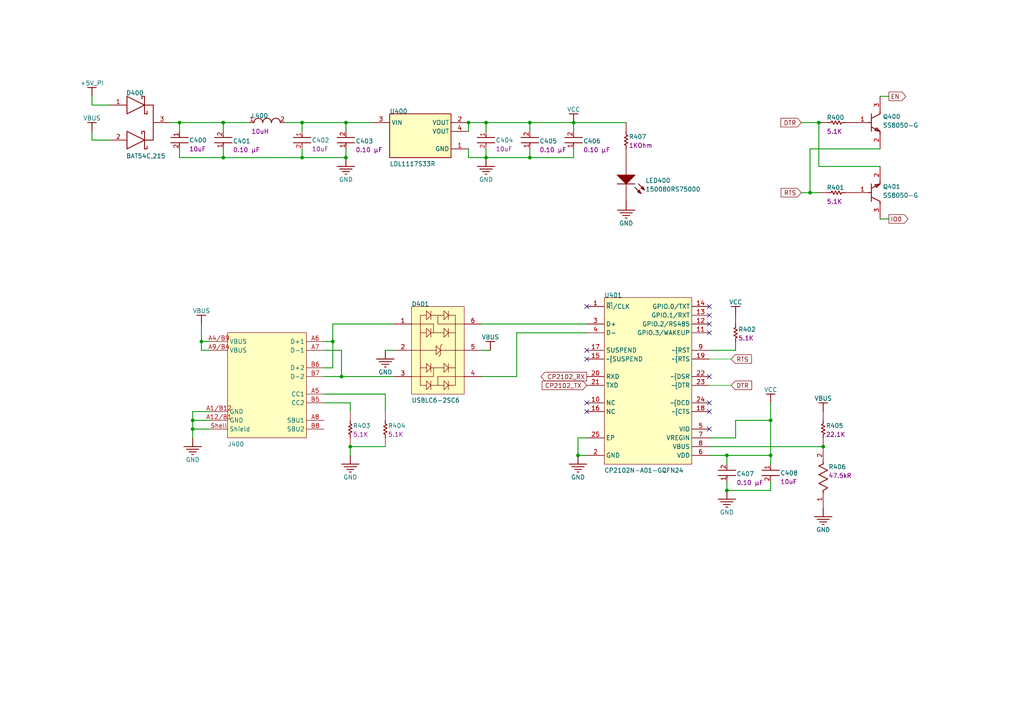
<source format=kicad_sch>
(kicad_sch (version 20211123) (generator eeschema)
  (paper "A4")
  (title_block (title "USB-POWER") (date "2022-08-09") (rev "V1.0") (comment 1 "DRAFT"))
  (lib_symbols
    (symbol "4-USB-POWER-altium-import:+5V_PI" (power)
      (property "Reference" "#PWR" (at 0 0 0))
      (property "Value" "+5V_PI" (at 0 3.81 0))
      (symbol "+5V_PI_0_0"
        (pin power_in line (at 0 0 0) (length 0) hide (name "+5V_PI") (number ""))
      )
    )
    (symbol "4-USB-POWER-altium-import:0_2a1388f82443b098dcd57d24ac7632d"
      (property "Value" "0_2a1388f82443b098dcd57d24ac7632d" (at 0 0 0))
      (symbol "0_2a1388f82443b098dcd57d24ac7632d_1_0"
        (pin passive line (at 0 0 0) (length 5.08) (name "B") (number "1"))
        (pin passive line (at 7.62 -7.62 90) (length 5.08) (name "E") (number "2"))
        (pin passive line (at 7.62 7.62 270) (length 5.08) (name "C") (number "3"))
      )
    )
    (symbol "4-USB-POWER-altium-import:0_629722000214"
      (property "Value" "0_629722000214" (at 0 0 0))
      (symbol "0_629722000214_1_0"
        (pin passive line (at -5.08 -22.86 0) (length 5.08) (name "GND") (number "A1/B12"))
        (pin passive line (at -5.08 -25.4 0) (length 5.08) (name "GND") (number "A12/B1"))
        (pin passive line (at -5.08 -2.54 0) (length 5.08) (name "VBUS") (number "A4/B9"))
        (pin passive line (at 27.94 -17.78 180) (length 5.08) (name "CC1") (number "A5"))
        (pin passive line (at 27.94 -2.54 180) (length 5.08) (name "D+1") (number "A6"))
        (pin passive line (at 27.94 -5.08 180) (length 5.08) (name "D-1") (number "A7"))
        (pin passive line (at 27.94 -25.4 180) (length 5.08) (name "SBU1") (number "A8"))
        (pin passive line (at -5.08 -5.08 0) (length 5.08) (name "VBUS") (number "A9/B4"))
        (pin passive line (at 27.94 -20.32 180) (length 5.08) (name "CC2") (number "B5"))
        (pin passive line (at 27.94 -10.16 180) (length 5.08) (name "D+2") (number "B6"))
        (pin passive line (at 27.94 -12.7 180) (length 5.08) (name "D-2") (number "B7"))
        (pin passive line (at 27.94 -27.94 180) (length 5.08) (name "SBU2") (number "B8"))
        (pin passive line (at -5.08 -27.94 0) (length 5.08) (name "Shield") (number "Shell"))
      )
    )
    (symbol "4-USB-POWER-altium-import:0_725321dda6339637d4d059423bc1c3c"
      (property "Value" "0_725321dda6339637d4d059423bc1c3c" (at 0 0 0))
      (symbol "0_725321dda6339637d4d059423bc1c3c_1_0"
        (pin passive line (at 0 0 0) (length 1.27) (name "1") (number "1"))
        (pin passive line (at 10.16 0 180) (length 1.27) (name "2") (number "2"))
      )
    )
    (symbol "4-USB-POWER-altium-import:0_933c91619b22c421400e34e7415f7b4"
      (property "Value" "0_933c91619b22c421400e34e7415f7b4" (at 0 0 0))
      (symbol "0_933c91619b22c421400e34e7415f7b4_1_0"
        (pin passive line (at 0 0 0) (length 5.08) (name "1_ANODE") (number "1"))
        (pin passive line (at 0 -10.16 0) (length 5.08) (name "2_ANODE") (number "2"))
        (pin passive line (at 17.78 -5.08 180) (length 5.08) (name "COMMON_CATHODE") (number "3"))
      )
    )
    (symbol "4-USB-POWER-altium-import:0_STM-USB_DVI_HDMIULC6-4SC6X-SOT23-6L"
      (property "Value" "0_STM-USB_DVI_HDMIULC6-4SC6X-SOT23-6L" (at 0 0 0))
      (symbol "0_STM-USB_DVI_HDMIULC6-4SC6X-SOT23-6L_1_0"
        (pin passive line (at -5.08 -5.08 0) (length 5.08) (name "I/O_1") (number "1"))
        (pin passive line (at -5.08 -12.7 0) (length 5.08) (name "GND") (number "2"))
        (pin passive line (at -5.08 -20.32 0) (length 5.08) (name "I/O_2") (number "3"))
        (pin passive line (at 20.32 -20.32 180) (length 5.08) (name "I/O_3") (number "4"))
        (pin passive line (at 20.32 -12.7 180) (length 5.08) (name "VBUS") (number "5"))
        (pin passive line (at 20.32 -5.08 180) (length 5.08) (name "I/O_4") (number "6"))
      )
    )
    (symbol "4-USB-POWER-altium-import:0_a602d55cb6d43002de8a72f1c695f0a"
      (property "Value" "0_a602d55cb6d43002de8a72f1c695f0a" (at 0 0 0))
      (symbol "0_a602d55cb6d43002de8a72f1c695f0a_1_0"
        (pin power_in line (at 27.94 -7.62 180) (length 5.08) (name "GND") (number "1"))
        (pin output line (at 27.94 0 180) (length 5.08) (name "VOUT") (number "2"))
        (pin power_in line (at 0 0 0) (length 5.08) (name "VIN") (number "3"))
        (pin output line (at 27.94 -2.54 180) (length 5.08) (name "VOUT") (number "4"))
      )
    )
    (symbol "4-USB-POWER-altium-import:0_b4654b650e69147ec39a6b967a45e02"
      (property "Value" "0_b4654b650e69147ec39a6b967a45e02" (at 0 0 0))
      (symbol "0_b4654b650e69147ec39a6b967a45e02_1_0"
        (pin passive line (at 0 0 270) (length 1.778) (name "1") (number "1"))
        (pin passive line (at 0 -5.08 90) (length 1.524) (name "2") (number "2"))
      )
    )
    (symbol "4-USB-POWER-altium-import:0_mirrored_SLAB-CP2102N-QFN-24"
      (property "Value" "0_mirrored_SLAB-CP2102N-QFN-24" (at 0 0 0))
      (symbol "0_mirrored_SLAB-CP2102N-QFN-24_1_0"
        (pin bidirectional line (at -30.48 -2.54 0) (length 5.08) (name "~{RI}/CLK") (number "1"))
        (pin passive line (at -30.48 -30.48 0) (length 5.08) (name "NC") (number "10"))
        (pin bidirectional line (at 5.08 -10.16 180) (length 5.08) (name "GPIO.3/WAKEUP") (number "11"))
        (pin bidirectional line (at 5.08 -7.62 180) (length 5.08) (name "GPIO.2/RS485") (number "12"))
        (pin bidirectional line (at 5.08 -5.08 180) (length 5.08) (name "GPIO.1/RXT") (number "13"))
        (pin bidirectional line (at 5.08 -2.54 180) (length 5.08) (name "GPIO.0/TXT") (number "14"))
        (pin output line (at -30.48 -17.78 0) (length 5.08) (name "~{SUSPEND") (number "15"))
        (pin passive line (at -30.48 -33.02 0) (length 5.08) (name "NC") (number "16"))
        (pin output line (at -30.48 -15.24 0) (length 5.08) (name "SUSPEND") (number "17"))
        (pin input line (at 5.08 -33.02 180) (length 5.08) (name "~{CTS") (number "18"))
        (pin output line (at 5.08 -17.78 180) (length 5.08) (name "~{RTS") (number "19"))
        (pin power_in line (at -30.48 -45.72 0) (length 5.08) (name "GND") (number "2"))
        (pin input line (at -30.48 -22.86 0) (length 5.08) (name "RXD") (number "20"))
        (pin output line (at -30.48 -25.4 0) (length 5.08) (name "TXD") (number "21"))
        (pin input line (at 5.08 -22.86 180) (length 5.08) (name "~{DSR") (number "22"))
        (pin output line (at 5.08 -25.4 180) (length 5.08) (name "~{DTR") (number "23"))
        (pin input line (at 5.08 -30.48 180) (length 5.08) (name "~{DCD") (number "24"))
        (pin power_in line (at -30.48 -40.64 0) (length 5.08) (name "EP") (number "25"))
        (pin bidirectional line (at -30.48 -7.62 0) (length 5.08) (name "D+") (number "3"))
        (pin bidirectional line (at -30.48 -10.16 0) (length 5.08) (name "D-") (number "4"))
        (pin power_in line (at 5.08 -38.1 180) (length 5.08) (name "VIO") (number "5"))
        (pin power_in line (at 5.08 -45.72 180) (length 5.08) (name "VDD") (number "6"))
        (pin power_in line (at 5.08 -40.64 180) (length 5.08) (name "VREGIN") (number "7"))
        (pin power_in line (at 5.08 -43.18 180) (length 5.08) (name "VBUS") (number "8"))
        (pin input line (at 5.08 -15.24 180) (length 5.08) (name "~{RST") (number "9"))
      )
    )
    (symbol "4-USB-POWER-altium-import:0_mirrored_b4654b650e69147ec39a6b967a45e02"
      (property "Value" "0_mirrored_b4654b650e69147ec39a6b967a45e02" (at 0 0 0))
      (symbol "0_mirrored_b4654b650e69147ec39a6b967a45e02_1_0"
        (pin passive line (at 0 0 270) (length 1.778) (name "1") (number "1"))
        (pin passive line (at 0 -5.08 90) (length 1.524) (name "2") (number "2"))
      )
    )
    (symbol "4-USB-POWER-altium-import:1_RES"
      (property "Value" "1_RES" (at 0 0 0))
      (symbol "1_RES_1_0"
        (pin passive line (at 2.54 -2.54 90) (length 2.54) (name "1") (number "1"))
        (pin passive line (at 2.54 7.62 270) (length 2.54) (name "2") (number "2"))
      )
    )
    (symbol "4-USB-POWER-altium-import:1_RES-2"
      (property "Value" "1_RES-2" (at 0 0 0))
      (symbol "1_RES-2_1_0"
        (pin passive line (at 0 -2.54 90) (length 2.54) (name "1") (number "1"))
        (pin passive line (at 0 7.62 270) (length 2.54) (name "2") (number "2"))
      )
    )
    (symbol "4-USB-POWER-altium-import:1_mirrored_1029c3af85768c4190bb7ad29bc67b5"
      (property "Value" "1_mirrored_1029c3af85768c4190bb7ad29bc67b5" (at 0 0 0))
      (symbol "1_mirrored_1029c3af85768c4190bb7ad29bc67b5_1_0"
        (pin passive line (at 0 0 90) (length 5.08) (name "1") (number "1"))
        (pin passive line (at 0 17.78 270) (length 5.08) (name "2") (number "2"))
      )
    )
    (symbol "4-USB-POWER-altium-import:1_mirrored_RES"
      (property "Value" "1_mirrored_RES" (at 0 0 0))
      (symbol "1_mirrored_RES_1_0"
        (pin passive line (at -2.54 -2.54 90) (length 2.54) (name "1") (number "1"))
        (pin passive line (at -2.54 7.62 270) (length 2.54) (name "2") (number "2"))
      )
    )
    (symbol "4-USB-POWER-altium-import:2_RES"
      (property "Value" "2_RES" (at 0 0 0))
      (symbol "2_RES_1_0"
        (pin passive line (at 2.54 2.54 180) (length 2.54) (name "1") (number "1"))
        (pin passive line (at -7.62 2.54 0) (length 2.54) (name "2") (number "2"))
      )
    )
    (symbol "4-USB-POWER-altium-import:2_b4654b650e69147ec39a6b967a45e02"
      (property "Value" "2_b4654b650e69147ec39a6b967a45e02" (at 0 0 0))
      (symbol "2_b4654b650e69147ec39a6b967a45e02_1_0"
        (pin passive line (at 0 0 90) (length 1.778) (name "1") (number "1"))
        (pin passive line (at 0 5.08 270) (length 1.524) (name "2") (number "2"))
      )
    )
    (symbol "4-USB-POWER-altium-import:2_mirrored_2a1388f82443b098dcd57d24ac7632d"
      (property "Value" "2_mirrored_2a1388f82443b098dcd57d24ac7632d" (at 0 0 0))
      (symbol "2_mirrored_2a1388f82443b098dcd57d24ac7632d_1_0"
        (pin passive line (at 0 0 0) (length 5.08) (name "B") (number "1"))
        (pin passive line (at 7.62 7.62 270) (length 5.08) (name "E") (number "2"))
        (pin passive line (at 7.62 -7.62 90) (length 5.08) (name "C") (number "3"))
      )
    )
    (symbol "4-USB-POWER-altium-import:2_mirrored_b4654b650e69147ec39a6b967a45e02"
      (property "Value" "2_mirrored_b4654b650e69147ec39a6b967a45e02" (at 0 0 0))
      (symbol "2_mirrored_b4654b650e69147ec39a6b967a45e02_1_0"
        (pin passive line (at 0 0 90) (length 1.778) (name "1") (number "1"))
        (pin passive line (at 0 5.08 270) (length 1.524) (name "2") (number "2"))
      )
    )
    (symbol "4-USB-POWER-altium-import:3_WE-LED_K1A2-2"
      (property "Value" "3_WE-LED_K1A2-2" (at 0 0 0))
      (symbol "3_WE-LED_K1A2-2_1_0"
        (pin passive line (at 0 -7.62 90) (length 5.08) (name "K") (number "1"))
        (pin passive line (at 0 5.08 270) (length 5.08) (name "A") (number "2"))
      )
    )
    (symbol "4-USB-POWER-altium-import:GND" (power)
      (property "Reference" "#PWR" (at 0 0 0))
      (property "Value" "GND" (at 0 6.35 0))
      (symbol "GND_0_0"
        (pin power_in line (at 0 0 0) (length 0) hide (name "GND") (number ""))
      )
    )
    (symbol "4-USB-POWER-altium-import:VBUS" (power)
      (property "Reference" "#PWR" (at 0 0 0))
      (property "Value" "VBUS" (at 0 3.81 0))
      (symbol "VBUS_0_0"
        (pin power_in line (at 0 0 0) (length 0) hide (name "VBUS") (number ""))
      )
    )
    (symbol "4-USB-POWER-altium-import:VCC" (power)
      (property "Reference" "#PWR" (at 0 0 0))
      (property "Value" "VCC" (at 0 3.81 0))
      (symbol "VCC_0_0"
        (pin power_in line (at 0 0 0) (length 0) hide (name "VCC") (number ""))
      )
    )
  )
  (junction (at 140.97 35.56))
  (junction (at 237.49 35.56))
  (junction (at 234.95 55.88))
  (junction (at 101.6 129.54))
  (junction (at 100.33 45.72))
  (junction (at 64.77 35.56))
  (junction (at 55.88 121.92))
  (junction (at 99.06 109.22))
  (junction (at 64.77 45.72))
  (junction (at 153.67 45.72))
  (junction (at 140.97 45.72))
  (junction (at 135.89 35.56))
  (junction (at 153.67 35.56))
  (junction (at 223.52 121.92))
  (junction (at 210.82 142.24))
  (junction (at 223.52 132.08))
  (junction (at 87.63 35.56))
  (junction (at 87.63 45.72))
  (junction (at 58.42 99.06))
  (junction (at 52.07 35.56))
  (junction (at 210.82 132.08))
  (junction (at 96.52 99.06))
  (junction (at 166.37 35.56))
  (junction (at 100.33 35.56))
  (junction (at 167.64 132.08))
  (junction (at 55.88 124.46))
  (junction (at 238.76 129.54))
  (no_connect (at 205.74 124.46))
  (no_connect (at 205.74 116.84))
  (no_connect (at 170.18 101.6))
  (no_connect (at 205.74 91.44))
  (no_connect (at 170.18 119.38))
  (no_connect (at 205.74 93.98))
  (no_connect (at 205.74 119.38))
  (no_connect (at 170.18 104.14))
  (no_connect (at 170.18 116.84))
  (no_connect (at 205.74 109.22))
  (no_connect (at 205.74 88.9))
  (no_connect (at 205.74 96.52))
  (no_connect (at 170.18 88.9))
  (wire (pts (xy 111.76 129.54) (xy 101.6 129.54)) (stroke (width 0.254)))
  (wire (pts (xy 101.6 129.54) (xy 101.6 132.08)) (stroke (width 0.254)))
  (wire (pts (xy 223.52 116.84) (xy 223.52 121.92)) (stroke (width 0.254)))
  (wire (pts (xy 153.67 35.56) (xy 153.67 38.1)) (stroke (width 0.254)))
  (wire (pts (xy 153.67 45.72) (xy 140.97 45.72)) (stroke (width 0.254)))
  (wire (pts (xy 93.98 101.6) (xy 99.06 101.6)) (stroke (width 0.254)))
  (wire (pts (xy 255.27 43.18) (xy 234.95 43.18)) (stroke (width 0.254)))
  (wire (pts (xy 223.52 121.92) (xy 223.52 132.08)) (stroke (width 0.254)))
  (wire (pts (xy 52.07 45.72) (xy 64.77 45.72)) (stroke (width 0.254)))
  (wire (pts (xy 26.67 40.64) (xy 26.67 38.1)) (stroke (width 0.254)))
  (wire (pts (xy 87.63 35.56) (xy 100.33 35.56)) (stroke (width 0.254)))
  (wire (pts (xy 55.88 121.92) (xy 55.88 124.46)) (stroke (width 0.254)))
  (wire (pts (xy 149.86 109.22) (xy 149.86 96.52)) (stroke (width 0.254)))
  (wire (pts (xy 223.52 139.7) (xy 223.52 142.24)) (stroke (width 0.254)))
  (wire (pts (xy 99.06 101.6) (xy 99.06 109.22)) (stroke (width 0.254)))
  (wire (pts (xy 140.97 45.72) (xy 135.89 45.72)) (stroke (width 0.254)))
  (wire (pts (xy 96.52 99.06) (xy 96.52 93.98)) (stroke (width 0.254)))
  (wire (pts (xy 205.74 104.14) (xy 212.09 104.14)))
  (wire (pts (xy 87.63 45.72) (xy 100.33 45.72)) (stroke (width 0.254)))
  (wire (pts (xy 257.81 63.5) (xy 255.27 63.5)) (stroke (width 0.254)))
  (wire (pts (xy 234.95 55.88) (xy 237.49 55.88)) (stroke (width 0.254)))
  (wire (pts (xy 140.97 45.72) (xy 140.97 43.18)) (stroke (width 0.254)))
  (wire (pts (xy 52.07 35.56) (xy 52.07 38.1)) (stroke (width 0.254)))
  (wire (pts (xy 55.88 124.46) (xy 55.88 127)) (stroke (width 0.254)))
  (wire (pts (xy 96.52 106.68) (xy 96.52 99.06)) (stroke (width 0.254)))
  (wire (pts (xy 210.82 132.08) (xy 205.74 132.08)) (stroke (width 0.254)))
  (wire (pts (xy 210.82 142.24) (xy 210.82 139.7)) (stroke (width 0.254)))
  (wire (pts (xy 52.07 43.18) (xy 52.07 45.72)) (stroke (width 0.254)))
  (wire (pts (xy 64.77 35.56) (xy 64.77 38.1)) (stroke (width 0.254)))
  (wire (pts (xy 64.77 43.18) (xy 64.77 45.72)) (stroke (width 0.254)))
  (wire (pts (xy 205.74 111.76) (xy 212.09 111.76)))
  (wire (pts (xy 139.7 93.98) (xy 170.18 93.98)) (stroke (width 0.254)))
  (wire (pts (xy 100.33 38.1) (xy 100.33 35.56)) (stroke (width 0.254)))
  (wire (pts (xy 149.86 96.52) (xy 170.18 96.52)) (stroke (width 0.254)))
  (wire (pts (xy 60.96 124.46) (xy 55.88 124.46)) (stroke (width 0.254)))
  (wire (pts (xy 223.52 134.62) (xy 223.52 132.08)) (stroke (width 0.254)))
  (wire (pts (xy 213.36 121.92) (xy 223.52 121.92)) (stroke (width 0.254)))
  (wire (pts (xy 223.52 142.24) (xy 210.82 142.24)) (stroke (width 0.254)))
  (wire (pts (xy 166.37 35.56) (xy 166.37 38.1)) (stroke (width 0.254)))
  (wire (pts (xy 135.89 45.72) (xy 135.89 43.18)) (stroke (width 0.254)))
  (wire (pts (xy 82.55 35.56) (xy 87.63 35.56)) (stroke (width 0.254)))
  (wire (pts (xy 31.75 30.48) (xy 26.67 30.48)) (stroke (width 0.254)))
  (wire (pts (xy 60.96 101.6) (xy 58.42 101.6)) (stroke (width 0.254)))
  (wire (pts (xy 210.82 134.62) (xy 210.82 132.08)) (stroke (width 0.254)))
  (wire (pts (xy 60.96 121.92) (xy 55.88 121.92)) (stroke (width 0.254)))
  (wire (pts (xy 167.64 132.08) (xy 167.64 127)) (stroke (width 0.254)))
  (wire (pts (xy 234.95 43.18) (xy 234.95 55.88)) (stroke (width 0.254)))
  (wire (pts (xy 205.74 127) (xy 213.36 127)) (stroke (width 0.254)))
  (wire (pts (xy 237.49 48.26) (xy 237.49 35.56)) (stroke (width 0.254)))
  (wire (pts (xy 101.6 119.38) (xy 101.6 116.84)) (stroke (width 0.254)))
  (wire (pts (xy 96.52 99.06) (xy 93.98 99.06)) (stroke (width 0.254)))
  (wire (pts (xy 140.97 35.56) (xy 140.97 38.1)) (stroke (width 0.254)))
  (wire (pts (xy 111.76 101.6) (xy 114.3 101.6)) (stroke (width 0.254)))
  (wire (pts (xy 135.89 38.1) (xy 135.89 35.56)) (stroke (width 0.254)))
  (wire (pts (xy 60.96 119.38) (xy 55.88 119.38)) (stroke (width 0.254)))
  (wire (pts (xy 181.61 35.56) (xy 166.37 35.56)) (stroke (width 0.254)))
  (wire (pts (xy 234.95 55.88) (xy 232.41 55.88)) (stroke (width 0.254)))
  (wire (pts (xy 153.67 43.18) (xy 153.67 45.72)) (stroke (width 0.254)))
  (wire (pts (xy 58.42 99.06) (xy 58.42 93.98)) (stroke (width 0.254)))
  (wire (pts (xy 255.27 27.94) (xy 257.81 27.94)) (stroke (width 0.254)))
  (wire (pts (xy 142.24 101.6) (xy 139.7 101.6)) (stroke (width 0.254)))
  (wire (pts (xy 135.89 35.56) (xy 140.97 35.56)) (stroke (width 0.254)))
  (wire (pts (xy 166.37 43.18) (xy 166.37 45.72)) (stroke (width 0.254)))
  (wire (pts (xy 237.49 35.56) (xy 232.41 35.56)) (stroke (width 0.254)))
  (wire (pts (xy 111.76 119.38) (xy 111.76 114.3)) (stroke (width 0.254)))
  (wire (pts (xy 55.88 119.38) (xy 55.88 121.92)) (stroke (width 0.254)))
  (wire (pts (xy 170.18 132.08) (xy 167.64 132.08)) (stroke (width 0.254)))
  (wire (pts (xy 64.77 35.56) (xy 72.39 35.56)) (stroke (width 0.254)))
  (wire (pts (xy 58.42 101.6) (xy 58.42 99.06)) (stroke (width 0.254)))
  (wire (pts (xy 111.76 114.3) (xy 93.98 114.3)) (stroke (width 0.254)))
  (wire (pts (xy 52.07 35.56) (xy 64.77 35.56)) (stroke (width 0.254)))
  (wire (pts (xy 87.63 45.72) (xy 87.63 43.18)) (stroke (width 0.254)))
  (wire (pts (xy 96.52 93.98) (xy 114.3 93.98)) (stroke (width 0.254)))
  (wire (pts (xy 255.27 48.26) (xy 237.49 48.26)) (stroke (width 0.254)))
  (wire (pts (xy 167.64 127) (xy 170.18 127)) (stroke (width 0.254)))
  (wire (pts (xy 99.06 109.22) (xy 93.98 109.22)) (stroke (width 0.254)))
  (wire (pts (xy 140.97 35.56) (xy 153.67 35.56)) (stroke (width 0.254)))
  (wire (pts (xy 166.37 45.72) (xy 153.67 45.72)) (stroke (width 0.254)))
  (wire (pts (xy 100.33 45.72) (xy 100.33 43.18)) (stroke (width 0.254)))
  (wire (pts (xy 114.3 109.22) (xy 99.06 109.22)) (stroke (width 0.254)))
  (wire (pts (xy 213.36 127) (xy 213.36 121.92)) (stroke (width 0.254)))
  (wire (pts (xy 153.67 35.56) (xy 166.37 35.56)) (stroke (width 0.254)))
  (wire (pts (xy 93.98 106.68) (xy 96.52 106.68)) (stroke (width 0.254)))
  (wire (pts (xy 223.52 132.08) (xy 210.82 132.08)) (stroke (width 0.254)))
  (wire (pts (xy 26.67 30.48) (xy 26.67 27.94)) (stroke (width 0.254)))
  (wire (pts (xy 60.96 99.06) (xy 58.42 99.06)) (stroke (width 0.254)))
  (wire (pts (xy 238.76 129.54) (xy 205.74 129.54)) (stroke (width 0.254)))
  (wire (pts (xy 64.77 45.72) (xy 87.63 45.72)) (stroke (width 0.254)))
  (wire (pts (xy 49.53 35.56) (xy 52.07 35.56)) (stroke (width 0.254)))
  (wire (pts (xy 100.33 35.56) (xy 107.95 35.56)) (stroke (width 0.254)))
  (wire (pts (xy 205.74 101.6) (xy 213.36 101.6)) (stroke (width 0.254)))
  (wire (pts (xy 31.75 40.64) (xy 26.67 40.64)) (stroke (width 0.254)))
  (wire (pts (xy 87.63 38.1) (xy 87.63 35.56)) (stroke (width 0.254)))
  (wire (pts (xy 139.7 109.22) (xy 149.86 109.22)) (stroke (width 0.254)))
  (wire (pts (xy 101.6 116.84) (xy 93.98 116.84)) (stroke (width 0.254)))
  (global_label "DTR" (shape input) (at 212.09 111.76 0) (property "Intersheet References" "${INTERSHEET_REFS}" (effects hide)))
  (global_label "CP2102_TX" (shape input) (at 170.18 111.76 180) (property "Intersheet References" "${INTERSHEET_REFS}" (effects hide)))
  (global_label "EN" (shape output) (at 257.81 27.94 0) (property "Intersheet References" "${INTERSHEET_REFS}" (effects hide)))
  (global_label "CP2102_RX" (shape output) (at 170.18 109.22 180) (property "Intersheet References" "${INTERSHEET_REFS}" (effects hide)))
  (global_label "RTS" (shape input) (at 212.09 104.14 0) (property "Intersheet References" "${INTERSHEET_REFS}" (effects hide)))
  (global_label "RTS" (shape input) (at 232.41 55.88 180) (property "Intersheet References" "${INTERSHEET_REFS}" (effects hide)))
  (global_label "IO0" (shape output) (at 257.81 63.5 0) (property "Intersheet References" "${INTERSHEET_REFS}" (effects hide)))
  (global_label "DTR" (shape input) (at 232.41 35.56 180) (property "Intersheet References" "${INTERSHEET_REFS}" (effects hide)))
  (symbol (lib_id "4-USB-POWER-altium-import:1_mirrored_1029c3af85768c4190bb7ad29bc67b5") (at 238.76 147.32 0) (unit 1)
    (property "Reference" "R406" (at 240.284 136.144 0) (effects (justify left bottom)))
    (property "Value" "CRCW080547K5FKEA" (effects hide))
    (property "Footprint" "FP-CRCW0805-e3-IPC_A" (effects hide))
    (property "HEIGHT" "0.45mm" (effects hide))
    (property "WEIGHT" "0.000194oz" (effects hide))
    (property "PACKAGING" "Tape and Reel" (effects hide))
    (property "CONTACT PLATING" "Tin" (effects hide))
    (property "POWER RATING" "125mW" (effects hide))
    (property "LENGTH" "2mm" (effects hide))
    (property "RADIATION HARDENING" "No" (effects hide))
    (property "TOLERANCE" "1%" (effects hide))
    (property "PACKAGE QUANTITY" "10" (effects hide))
    (property "WIDTH" "0.049inch" (effects hide))
    (property "CASE CODE (IMPERIAL)" "0805" (effects hide))
    (property "MAX POWER DISSIPATION" "125mW" (effects hide))
    (property "TERMINATION" "SMD/SMT" (effects hide))
    (property "MILITARY STANDARD" "Not" (effects hide))
    (property "CASE/PACKAGE" "0805" (effects hide))
    (property "LEAD FREE" "Lead Free" (effects hide))
    (property "TEMPERATURE COEFFICIENT" "100ppm/°C" (effects hide))
    (property "FEATURES" "Automotive AEC-Q200" (effects hide))
    (property "NUMBER OF TERMINATIONS" "2" (effects hide))
    (property "DEPTH" "1.25mm" (effects hide))
    (property "MAX OPERATING TEMPERATURE" "155°C" (effects hide))
    (property "MIN OPERATING TEMPERATURE" "-55°C" (effects hide))
    (property "RESISTANCE" "47.5kR" (at 240.284 138.684 0) (effects (justify left bottom)))
    (property "MOUNT" "Surface Mount" (effects hide))
    (property "VOLTAGE RATING (DC)" "150V" (effects hide))
    (property "CASE CODE (METRIC)" "2012" (effects hide))
    (property "COMPOSITION" "Thick Film" (effects hide))
    (property "VOLTAGE RATING" "150V" (effects hide))
  )
  (symbol (lib_id "4-USB-POWER-altium-import:0_b4654b650e69147ec39a6b967a45e02") (at 140.97 38.1 0) (unit 1)
    (property "Reference" "C404" (at 143.764 41.402 0) (effects (justify left bottom)))
    (property "Value" "GRM21BR61E106KA73L" (effects hide))
    (property "Footprint" "FP-GRM21B-0_15-IPC_C" (effects hide))
    (property "LENGTH" "2mm" (effects hide))
    (property "DEPTH" "1.25mm" (effects hide))
    (property "TERMINATION" "SMD/SMT" (effects hide))
    (property "VOLTAGE" "25V" (effects hide))
    (property "HEIGHT" "1.25mm" (effects hide))
    (property "MATERIAL" "Ceramic" (effects hide))
    (property "THICKNESS" "0.053inch" (effects hide))
    (property "RADIATION HARDENING" "No" (effects hide))
    (property "MIN OPERATING TEMPERATURE" "-55°C" (effects hide))
    (property "WIDTH" "0.049inch" (effects hide))
    (property "PACKAGE QUANTITY" "1" (effects hide))
    (property "MOUNT" "Surface Mount" (effects hide))
    (property "DIELECTRIC" "X5R" (effects hide))
    (property "PACKAGING" "Tape and Reel" (effects hide))
    (property "CAPACITANCE" "10uF" (at 143.764 43.942 0) (effects (justify left bottom)))
    (property "VOLTAGE RATING (DC)" "25V" (effects hide))
    (property "LEAD FREE" "Lead Free" (effects hide))
    (property "MAX OPERATING TEMPERATURE" "85°C" (effects hide))
    (property "CASE CODE (IMPERIAL)" "0805" (effects hide))
    (property "CASE/PACKAGE" "0805" (effects hide))
    (property "TOLERANCE" "10%" (effects hide))
    (property "VOLTAGE RATING" "25V" (effects hide))
    (property "CASE CODE (METRIC)" "2012" (effects hide))
  )
  (symbol (lib_id "4-USB-POWER-altium-import:GND") (at 167.64 132.08 0) (unit 1)
    (property "Reference" "#PWR?" (effects hide))
    (property "Value" "GND" (at 167.64 138.43 0))
  )
  (symbol (lib_id "4-USB-POWER-altium-import:+5V_PI") (at 26.67 27.94 180) (unit 1)
    (property "Reference" "#PWR?" (effects hide))
    (property "Value" "+5V_PI" (at 26.67 24.13 0))
  )
  (symbol (lib_id "4-USB-POWER-altium-import:2_b4654b650e69147ec39a6b967a45e02") (at 100.33 43.18 0) (unit 1)
    (property "Reference" "C403" (at 103.124 41.656 0) (effects (justify left bottom)))
    (property "Value" "C0805C104K5RACTU" (effects hide))
    (property "Footprint" "FP-C0805C-DN-MFG" (effects hide))
    (property "MANUFACTURER PART NUMBER" "C0805C104K5RACTU" (effects hide))
    (property "DEVICE CLASS L2" "Capacitors" (effects hide))
    (property "TEMPERATURE RANGE LOW" "-55°C" (effects hide))
    (property "VOLTAGE RATING" "50 V" (effects hide))
    (property "DIGIKEY DESCRIPTION" "CAP CER 0.1UF 50V X7R 0805" (effects hide))
    (property "ALTIUM_VALUE" "0.10 μF" (at 103.124 44.196 0) (effects (justify left bottom)))
    (property "MANUFACTURER" "KEMET" (effects hide))
    (property "CATEGORY" "Cap" (effects hide))
    (property "COMPONENTLINK2DESCRIPTION" "Datasheet" (effects hide))
    (property "OCTOPART" "https://octopart.com/c0805c104k5ractu-kemet-143926" (effects hide))
    (property "TOLERANCE" "0.1" (effects hide))
    (property "ROHS" "TRUE" (effects hide))
    (property "COMPONENTLINK2URL" "https://content.kemet.com/datasheets/KEM_C1003_C0G_SMD.pdf" (effects hide))
    (property "TEMPERATURE CHARACTERISTIC" "X7R" (effects hide))
    (property "TEMPERATURE" "-55°C to +125°C" (effects hide))
    (property "HEIGHT" "0.88mm" (effects hide))
    (property "TEMPERATURE RANGE HIGH" "+125°C" (effects hide))
    (property "DEVICE CLASS L1" "Passive Components" (effects hide))
    (property "AUTOMOTIVE" "No" (effects hide))
    (property "LEAD FREE" "Yes" (effects hide))
    (property "IPC LAND PATTERN NAME" "CAPC200125X78" (effects hide))
    (property "TEMPERATURE COEFFICIENT" "30ppm/°C" (effects hide))
    (property "MATERIAL" "Ceramic" (effects hide))
    (property "DEVICE CLASS L3" "Ceramic Capacitors" (effects hide))
    (property "MOUSER DESCRIPTION" "Cap Ceramic 0.1uF 50V X7R 10% SMD 2.0 x 1.2 mm 125 C Paper T/R" (effects hide))
    (property "CAPACITANCE" "0.10 μF" (effects hide))
    (property "PACKAGE" "C0805C-DN" (effects hide))
  )
  (symbol (lib_id "4-USB-POWER-altium-import:GND") (at 111.76 101.6 0) (unit 1)
    (property "Reference" "#PWR?" (effects hide))
    (property "Value" "GND" (at 111.76 107.95 0))
  )
  (symbol (lib_id "4-USB-POWER-altium-import:0_a602d55cb6d43002de8a72f1c695f0a") (at 107.95 35.56 0) (unit 1)
    (property "Reference" "U400" (at 113.03 33.02 0) (effects (justify left bottom)))
    (property "Value" "LDL1117S33R" (at 113.03 48.26 0) (effects (justify left bottom)))
    (property "Footprint" "FP-SOT223-0046067-IPC_C" (effects hide))
    (property "AUTOMOTIVE" "No" (effects hide))
    (property "DEVICE CLASS L2" "Power Management ICs" (effects hide))
    (property "OUTPUT TYPE" "Fixed" (effects hide))
    (property "HEIGHT" "1.9mm" (effects hide))
    (property "OCTOPART" "https://octopart.com/ldl1117s33r-stmicroelectronics-81876163" (effects hide))
    (property "OUTPUT VOLTAGE" "3.3V" (effects hide))
    (property "PACKAGE" "SOT223-0046067" (effects hide))
    (property "LEAD FREE" "Yes" (effects hide))
    (property "MIN SUPPLY VOLTAGE" "2.6V" (effects hide))
    (property "TEMPERATURE RANGE LOW" "-40°C" (effects hide))
    (property "NUMBER OF OUTPUTS" "1" (effects hide))
    (property "DROPOUT VOLTAGE" "350mV" (effects hide))
    (property "CATEGORY" "IC" (effects hide))
    (property "DEVICE CLASS L1" "Integrated Circuits (ICs)" (effects hide))
    (property "IPC LAND PATTERN NAME" "SOT230P700X190-4" (effects hide))
    (property "MOUSER DESCRIPTION" "LDL1117 Series 1.2 A 3.3 V High PSRR LDO Linear Voltage Regulator-SOT-223" (effects hide))
    (property "COMPONENTLINK2DESCRIPTION" "Datasheet" (effects hide))
    (property "COMPONENTLINK2URL" "https://www.st.com/resource/en/datasheet/ldl1117.pdf" (effects hide))
    (property "DEVICE CLASS L3" "Voltage Regulators - Linear" (effects hide))
    (property "MANUFACTURER" "STMicroelectronics" (effects hide))
    (property "MANUFACTURER PART NUMBER" "LDL1117S33R" (effects hide))
    (property "OUTPUT CURRENT" "2A" (effects hide))
    (property "NOMINAL SUPPLY CURRENT" "250uA" (effects hide))
    (property "TEMPERATURE RANGE HIGH" "+125°C" (effects hide))
    (property "STANDOFF HEIGHT" "0.02mm" (effects hide))
    (property "DIGIKEY DESCRIPTION" "IC REG LINEAR 3.3V 1.2A SOT223" (effects hide))
    (property "MAX SUPPLY VOLTAGE" "18V" (effects hide))
    (property "MAX JUNCTION TEMP" "+125°C" (effects hide))
    (property "TEMPERATURE" "-40°C to +125°C" (effects hide))
    (property "ROHS" "TRUE" (effects hide))
    (property "ACCURACY PERCENTAGE" "2%" (effects hide))
  )
  (symbol (lib_id "4-USB-POWER-altium-import:0_725321dda6339637d4d059423bc1c3c") (at 72.39 35.56 0) (unit 1)
    (property "Reference" "L400" (at 72.898 34.29 0) (effects (justify left bottom)))
    (property "Value" "CBC3225T100MR" (effects hide))
    (property "Footprint" "FP-CB3225-IPC_A" (effects hide))
    (property "PACKAGE QUANTITY" "1000" (effects hide))
    (property "SHIELDING" "Unshielded" (effects hide))
    (property "MILITARY STANDARD" "Not" (effects hide))
    (property "INDUCTANCE" "10uH" (at 72.898 38.862 0) (effects (justify left bottom)))
    (property "HEIGHT" "2.5mm" (effects hide))
    (property "CASE CODE (METRIC)" "3225" (effects hide))
    (property "WIDTH" "0.098inch" (effects hide))
    (property "CASE CODE (IMPERIAL)" "1210" (effects hide))
    (property "INDUCTANCE TOLERANCE" "20%" (effects hide))
    (property "LEAD FREE" "Lead Free" (effects hide))
    (property "LENGTH" "3.4mm" (effects hide))
    (property "DC RESISTANCE (DCR)" "172.9mR" (effects hide))
    (property "MAX OPERATING TEMPERATURE" "105°C" (effects hide))
    (property "RESISTOR TYPE" "Wirewound" (effects hide))
    (property "CORE MATERIAL" "Ferrite" (effects hide))
    (property "HEIGHT - SEATED (MAX)" "0.106inch" (effects hide))
    (property "SERIES" "CB" (effects hide))
    (property "PACKAGING" "Tape and Reel" (effects hide))
    (property "DEPTH" "2.7mm" (effects hide))
    (property "NUMBER OF PINS" "2" (effects hide))
    (property "RADIATION HARDENING" "No" (effects hide))
    (property "TOLERANCE" "20%" (effects hide))
    (property "SELF RESONANT FREQUENCY" "23MHz" (effects hide))
    (property "CASE/PACKAGE" "1210" (effects hide))
    (property "MOUNT" "Surface Mount" (effects hide))
    (property "MAX DC CURRENT" "900mA" (effects hide))
    (property "SATURATION CURRENT" "900mA" (effects hide))
    (property "MIN OPERATING TEMPERATURE" "-40°C" (effects hide))
    (property "TEST FREQUENCY" "100kHz" (effects hide))
    (property "DC CURRENT" "900mA" (effects hide))
    (property "CURRENT RATING" "900mA" (effects hide))
    (property "HALOGEN FREE" "Halogen Free" (effects hide))
    (property "TERMINATION" "SMD/SMT" (effects hide))
  )
  (symbol (lib_id "4-USB-POWER-altium-import:2_mirrored_b4654b650e69147ec39a6b967a45e02") (at 210.82 139.7 0) (unit 1)
    (property "Reference" "C407" (at 213.614 138.176 0) (effects (justify left bottom)))
    (property "Value" "C0805C104K5RACTU" (effects hide))
    (property "Footprint" "FP-C0805C-DN-MFG" (effects hide))
    (property "MANUFACTURER PART NUMBER" "C0805C104K5RACTU" (effects hide))
    (property "DEVICE CLASS L2" "Capacitors" (effects hide))
    (property "TEMPERATURE RANGE LOW" "-55°C" (effects hide))
    (property "VOLTAGE RATING" "50 V" (effects hide))
    (property "DIGIKEY DESCRIPTION" "CAP CER 0.1UF 50V X7R 0805" (effects hide))
    (property "ALTIUM_VALUE" "0.10 μF" (at 213.614 140.716 0) (effects (justify left bottom)))
    (property "MANUFACTURER" "KEMET" (effects hide))
    (property "CATEGORY" "Cap" (effects hide))
    (property "COMPONENTLINK2DESCRIPTION" "Datasheet" (effects hide))
    (property "OCTOPART" "https://octopart.com/c0805c104k5ractu-kemet-143926" (effects hide))
    (property "TOLERANCE" "0.1" (effects hide))
    (property "ROHS" "TRUE" (effects hide))
    (property "COMPONENTLINK2URL" "https://content.kemet.com/datasheets/KEM_C1003_C0G_SMD.pdf" (effects hide))
    (property "TEMPERATURE CHARACTERISTIC" "X7R" (effects hide))
    (property "TEMPERATURE" "-55°C to +125°C" (effects hide))
    (property "HEIGHT" "0.88mm" (effects hide))
    (property "TEMPERATURE RANGE HIGH" "+125°C" (effects hide))
    (property "DEVICE CLASS L1" "Passive Components" (effects hide))
    (property "AUTOMOTIVE" "No" (effects hide))
    (property "LEAD FREE" "Yes" (effects hide))
    (property "IPC LAND PATTERN NAME" "CAPC200125X78" (effects hide))
    (property "TEMPERATURE COEFFICIENT" "30ppm/°C" (effects hide))
    (property "MATERIAL" "Ceramic" (effects hide))
    (property "DEVICE CLASS L3" "Ceramic Capacitors" (effects hide))
    (property "MOUSER DESCRIPTION" "Cap Ceramic 0.1uF 50V X7R 10% SMD 2.0 x 1.2 mm 125 C Paper T/R" (effects hide))
    (property "CAPACITANCE" "0.10 μF" (effects hide))
    (property "PACKAGE" "C0805C-DN" (effects hide))
  )
  (symbol (lib_id "4-USB-POWER-altium-import:GND") (at 100.33 45.72 0) (unit 1)
    (property "Reference" "#PWR?" (effects hide))
    (property "Value" "GND" (at 100.33 52.07 0))
  )
  (symbol (lib_id "4-USB-POWER-altium-import:GND") (at 238.76 147.32 0) (unit 1)
    (property "Reference" "#PWR?" (effects hide))
    (property "Value" "GND" (at 238.76 153.67 0))
  )
  (symbol (lib_id "4-USB-POWER-altium-import:0_mirrored_b4654b650e69147ec39a6b967a45e02") (at 223.52 134.62 0) (unit 1)
    (property "Reference" "C408" (at 226.314 137.922 0) (effects (justify left bottom)))
    (property "Value" "GRM21BR61E106KA73L" (effects hide))
    (property "Footprint" "FP-GRM21B-0_15-IPC_C" (effects hide))
    (property "LENGTH" "2mm" (effects hide))
    (property "DEPTH" "1.25mm" (effects hide))
    (property "TERMINATION" "SMD/SMT" (effects hide))
    (property "VOLTAGE" "25V" (effects hide))
    (property "HEIGHT" "1.25mm" (effects hide))
    (property "MATERIAL" "Ceramic" (effects hide))
    (property "THICKNESS" "0.053inch" (effects hide))
    (property "RADIATION HARDENING" "No" (effects hide))
    (property "MIN OPERATING TEMPERATURE" "-55°C" (effects hide))
    (property "WIDTH" "0.049inch" (effects hide))
    (property "PACKAGE QUANTITY" "1" (effects hide))
    (property "MOUNT" "Surface Mount" (effects hide))
    (property "DIELECTRIC" "X5R" (effects hide))
    (property "PACKAGING" "Tape and Reel" (effects hide))
    (property "CAPACITANCE" "10uF" (at 226.314 140.462 0) (effects (justify left bottom)))
    (property "VOLTAGE RATING (DC)" "25V" (effects hide))
    (property "LEAD FREE" "Lead Free" (effects hide))
    (property "MAX OPERATING TEMPERATURE" "85°C" (effects hide))
    (property "CASE CODE (IMPERIAL)" "0805" (effects hide))
    (property "CASE/PACKAGE" "0805" (effects hide))
    (property "TOLERANCE" "10%" (effects hide))
    (property "VOLTAGE RATING" "25V" (effects hide))
    (property "CASE CODE (METRIC)" "2012" (effects hide))
  )
  (symbol (lib_id "4-USB-POWER-altium-import:0_b4654b650e69147ec39a6b967a45e02") (at 87.63 38.1 0) (unit 1)
    (property "Reference" "C402" (at 90.424 41.402 0) (effects (justify left bottom)))
    (property "Value" "GRM21BR61E106KA73L" (effects hide))
    (property "Footprint" "FP-GRM21B-0_15-IPC_C" (effects hide))
    (property "LENGTH" "2mm" (effects hide))
    (property "DEPTH" "1.25mm" (effects hide))
    (property "TERMINATION" "SMD/SMT" (effects hide))
    (property "VOLTAGE" "25V" (effects hide))
    (property "HEIGHT" "1.25mm" (effects hide))
    (property "MATERIAL" "Ceramic" (effects hide))
    (property "THICKNESS" "0.053inch" (effects hide))
    (property "RADIATION HARDENING" "No" (effects hide))
    (property "MIN OPERATING TEMPERATURE" "-55°C" (effects hide))
    (property "WIDTH" "0.049inch" (effects hide))
    (property "PACKAGE QUANTITY" "1" (effects hide))
    (property "MOUNT" "Surface Mount" (effects hide))
    (property "DIELECTRIC" "X5R" (effects hide))
    (property "PACKAGING" "Tape and Reel" (effects hide))
    (property "CAPACITANCE" "10uF" (at 90.424 43.942 0) (effects (justify left bottom)))
    (property "VOLTAGE RATING (DC)" "25V" (effects hide))
    (property "LEAD FREE" "Lead Free" (effects hide))
    (property "MAX OPERATING TEMPERATURE" "85°C" (effects hide))
    (property "CASE CODE (IMPERIAL)" "0805" (effects hide))
    (property "CASE/PACKAGE" "0805" (effects hide))
    (property "TOLERANCE" "10%" (effects hide))
    (property "VOLTAGE RATING" "25V" (effects hide))
    (property "CASE CODE (METRIC)" "2012" (effects hide))
  )
  (symbol (lib_id "4-USB-POWER-altium-import:1_RES") (at 99.06 127 0) (unit 1)
    (property "Reference" "R403" (at 102.362 124.206 0) (effects (justify left bottom)))
    (property "Value" "ERA6AEB512V" (effects hide))
    (property "Footprint" "RESC2013X60X40LL20T25" (effects hide))
    (property "MANUFACTURER" "Panasonic" (effects hide))
    (property "PART NUMBER" "ERA6AEB512V" (effects hide))
    (property "ALTIUM_VALUE" "5.1K" (at 102.362 126.746 0) (effects (justify left bottom)))
  )
  (symbol (lib_id "4-USB-POWER-altium-import:0_b4654b650e69147ec39a6b967a45e02") (at 52.07 38.1 0) (unit 1)
    (property "Reference" "C400" (at 54.864 41.402 0) (effects (justify left bottom)))
    (property "Value" "GRM21BR61E106KA73L" (effects hide))
    (property "Footprint" "FP-GRM21B-0_15-IPC_C" (effects hide))
    (property "LENGTH" "2mm" (effects hide))
    (property "DEPTH" "1.25mm" (effects hide))
    (property "TERMINATION" "SMD/SMT" (effects hide))
    (property "VOLTAGE" "25V" (effects hide))
    (property "HEIGHT" "1.25mm" (effects hide))
    (property "MATERIAL" "Ceramic" (effects hide))
    (property "THICKNESS" "0.053inch" (effects hide))
    (property "RADIATION HARDENING" "No" (effects hide))
    (property "MIN OPERATING TEMPERATURE" "-55°C" (effects hide))
    (property "WIDTH" "0.049inch" (effects hide))
    (property "PACKAGE QUANTITY" "1" (effects hide))
    (property "MOUNT" "Surface Mount" (effects hide))
    (property "DIELECTRIC" "X5R" (effects hide))
    (property "PACKAGING" "Tape and Reel" (effects hide))
    (property "CAPACITANCE" "10uF" (at 54.864 43.942 0) (effects (justify left bottom)))
    (property "VOLTAGE RATING (DC)" "25V" (effects hide))
    (property "LEAD FREE" "Lead Free" (effects hide))
    (property "MAX OPERATING TEMPERATURE" "85°C" (effects hide))
    (property "CASE CODE (IMPERIAL)" "0805" (effects hide))
    (property "CASE/PACKAGE" "0805" (effects hide))
    (property "TOLERANCE" "10%" (effects hide))
    (property "VOLTAGE RATING" "25V" (effects hide))
    (property "CASE CODE (METRIC)" "2012" (effects hide))
  )
  (symbol (lib_id "4-USB-POWER-altium-import:GND") (at 101.6 132.08 0) (unit 1)
    (property "Reference" "#PWR?" (effects hide))
    (property "Value" "GND" (at 101.6 138.43 0))
  )
  (symbol (lib_id "4-USB-POWER-altium-import:VCC") (at 166.37 35.56 180) (unit 1)
    (property "Reference" "#PWR?" (effects hide))
    (property "Value" "VCC" (at 166.37 31.75 0))
  )
  (symbol (lib_id "4-USB-POWER-altium-import:1_mirrored_RES") (at 241.3 127 0) (unit 1)
    (property "Reference" "R405" (at 239.522 124.206 0) (effects (justify left bottom)))
    (property "Value" "ERJ-6ENF2212V" (effects hide))
    (property "Footprint" "RESC2013X70X40NL20T20" (effects hide))
    (property "PART NUMBER" "ERJ-6ENF2212V" (effects hide))
    (property "MANUFACTURER" "Panasonic" (effects hide))
    (property "PARAMETER 1" "22.1K" (at 239.522 126.746 0) (effects (justify left bottom)))
  )
  (symbol (lib_id "4-USB-POWER-altium-import:0_STM-USB_DVI_HDMIULC6-4SC6X-SOT23-6L") (at 119.38 88.9 0) (unit 1)
    (property "Reference" "D401" (at 119.38 88.9 0) (effects (justify left bottom)))
    (property "Value" "USBLC6-2SC6" (at 119.38 116.84 0) (effects (justify left bottom)))
    (property "Footprint" "STM-SOT23-6L_V" (effects hide))
    (property "POLARITY" "Uni-Directional" (effects hide))
    (property "CLAMPING VOLTAGE" "17V" (effects hide))
    (property "RAD HARDENED" "No" (effects hide))
    (property "PRODUCT HEIGHT (MM)" "1.3mm" (effects hide))
    (property "PACKAGE / CASE" "SOT-23" (effects hide))
    (property "OPERATING TEMPERATURE MAX DEG. C" "125C" (effects hide))
    (property "PACKAGE DESCRIPTION" "6-Pin Small Outline Transistor, Body 2.925 x 1.625 mm, Pitch 0.95 mm" (effects hide))
    (property "PACKAGE REFERENCE" "SOT23-6L" (effects hide))
    (property "DATASHEET VERSION" "Rev. 5, 10/2011" (effects hide))
    (property "LEAKAGE CURRENT (MAX)" "0.15uA" (effects hide))
    (property "PRODUCT LENGTH (MM)" "3.05mm" (effects hide))
    (property "NUMBER OF ELEMENTS" "1" (effects hide))
    (property "OPERATING TEMPERATURE MIN DEG. C" "-40C" (effects hide))
    (property "MOUNTING STYLE" "SurfaceMount" (effects hide))
    (property "DIRECTION TYPE" "Uni-Directional" (effects hide))
    (property "MOUNTING" "SurfaceMount" (effects hide))
    (property "PIN COUNT" "6" (effects hide))
    (property "LEAKAGE CURRENT" "0.15uA" (effects hide))
    (property "PEAK PULSE CURRENT" "5A" (effects hide))
    (property "CONFIGURATION" "Dual" (effects hide))
    (property "REVERSE BREAKDOWN VOLTAGE" "6V" (effects hide))
    (property "PACKAGING" "TapeandReel" (effects hide))
    (property "OPERATING TEMPERATURE CLASSIFICATION" "Automotive" (effects hide))
    (property "WORKING VOLTAGE (MAX)" "5V" (effects hide))
    (property "CLAMPING VOLTAGE (MAX)" "17V" (effects hide))
    (property "MANUFACTURER URL" "http://www.st.com/" (effects hide))
    (property "REVERSE STAND-OFF VOLTAGE" "5V" (effects hide))
    (property "CAPACITANCE VALUE" "3.5pF" (effects hide))
    (property "SUPPRESSOR TYPE" "DiodeArrays" (effects hide))
    (property "DATASHEET URL" "http://www.st.com/st-web-ui/static/active/en/resource/technical/document/datasheet/CD00050750.pdf" (effects hide))
    (property "MANUFACTURER" "STMicroelectronics" (effects hide))
    (property "WORKING VOLTAGE" "5V" (effects hide))
    (property "PRODUCT DEPTH (MM)" "1.75mm" (effects hide))
    (property "OPERATING TEMP RANGE" "-40Cto125C" (effects hide))
    (property "TEST CURRENT (IT)" "1mA" (effects hide))
  )
  (symbol (lib_id "4-USB-POWER-altium-import:GND") (at 140.97 45.72 0) (unit 1)
    (property "Reference" "#PWR?" (effects hide))
    (property "Value" "GND" (at 140.97 52.07 0))
  )
  (symbol (lib_id "4-USB-POWER-altium-import:0_933c91619b22c421400e34e7415f7b4") (at 31.75 30.48 0) (unit 1)
    (property "Reference" "D400" (at 36.576 27.686 0) (effects (justify left bottom)))
    (property "Value" "BAT54C,215" (at 36.576 45.974 0) (effects (justify left bottom)))
    (property "Footprint" "FP-SOT23-MFG" (effects hide))
    (property "LEAD FREE" "Yes" (effects hide))
    (property "AUTOMOTIVE" "Yes" (effects hide))
    (property "DEVICE CLASS L1" "Discrete Semiconductors" (effects hide))
    (property "DIGIKEY DESCRIPTION" "DIODE ARRAY SCHOTTKY 30V SOT23" (effects hide))
    (property "REVERSE VOLTAGE" "30V" (effects hide))
    (property "AUTOMOTIVE GRADE" "Grade 0" (effects hide))
    (property "PEAK REVERSE CURRENT" "2uA" (effects hide))
    (property "COMPONENTLINK2URL" "https://assets.nexperia.com/documents/data-sheet/BAT54_SER.pdf" (effects hide))
    (property "DEVICE CLASS L2" "Diodes" (effects hide))
    (property "MANUFACTURER" "Nexperia" (effects hide))
    (property "CATEGORY" "Diode" (effects hide))
    (property "OCTOPART" "https://octopart.com/bat54c%2C215-nexperia-78738945" (effects hide))
    (property "FORWARD CURRENT" "200mA" (effects hide))
    (property "PACKAGE" "SOT23" (effects hide))
    (property "MOUSER DESCRIPTION" "Schottky Diodes, Rectifiers - Arrays SOT-23 (TO-236AB) 30V 200mA (DC) Surface Mount" (effects hide))
    (property "ROHS" "TRUE" (effects hide))
    (property "MANUFACTURER PART NUMBER" "BAT54C,215" (effects hide))
    (property "TEMPERATURE" "to +150°C" (effects hide))
    (property "AMBIENT TEMPERATURE RANGE LOW" "-55°C" (effects hide))
    (property "MAX SURGE FORWARD CURRENT" "600mA" (effects hide))
    (property "ALTIUM_VALUE" "10pF" (effects hide))
    (property "MAX JUNCTION TEMP" "+150°C" (effects hide))
    (property "HEIGHT" "1.1mm" (effects hide))
    (property "DEVICE CLASS L3" "Schottky Diodes" (effects hide))
    (property "TEMPERATURE RANGE HIGH" "+150°C" (effects hide))
    (property "FOOTPRINT URL" "https://assets.nexperia.com/documents/outline-drawing/SOT23.pdf" (effects hide))
    (property "CAPACITANCE" "10pF" (effects hide))
    (property "AMBIENT TEMPERATURE RANGE HIGH" "+150°C" (effects hide))
    (property "IPC LAND PATTERN NAME" "SOT95P230X100-3" (effects hide))
    (property "COMPONENTLINK2DESCRIPTION" "Datasheet" (effects hide))
  )
  (symbol (lib_id "4-USB-POWER-altium-import:VCC") (at 213.36 91.44 180) (unit 1)
    (property "Reference" "#PWR?" (effects hide))
    (property "Value" "VCC" (at 213.36 87.63 0))
  )
  (symbol (lib_id "4-USB-POWER-altium-import:2_b4654b650e69147ec39a6b967a45e02") (at 153.67 43.18 0) (unit 1)
    (property "Reference" "C405" (at 156.464 41.656 0) (effects (justify left bottom)))
    (property "Value" "C0805C104K5RACTU" (effects hide))
    (property "Footprint" "FP-C0805C-DN-MFG" (effects hide))
    (property "MANUFACTURER PART NUMBER" "C0805C104K5RACTU" (effects hide))
    (property "DEVICE CLASS L2" "Capacitors" (effects hide))
    (property "TEMPERATURE RANGE LOW" "-55°C" (effects hide))
    (property "VOLTAGE RATING" "50 V" (effects hide))
    (property "DIGIKEY DESCRIPTION" "CAP CER 0.1UF 50V X7R 0805" (effects hide))
    (property "ALTIUM_VALUE" "0.10 μF" (at 156.464 44.196 0) (effects (justify left bottom)))
    (property "MANUFACTURER" "KEMET" (effects hide))
    (property "CATEGORY" "Cap" (effects hide))
    (property "COMPONENTLINK2DESCRIPTION" "Datasheet" (effects hide))
    (property "OCTOPART" "https://octopart.com/c0805c104k5ractu-kemet-143926" (effects hide))
    (property "TOLERANCE" "0.1" (effects hide))
    (property "ROHS" "TRUE" (effects hide))
    (property "COMPONENTLINK2URL" "https://content.kemet.com/datasheets/KEM_C1003_C0G_SMD.pdf" (effects hide))
    (property "TEMPERATURE CHARACTERISTIC" "X7R" (effects hide))
    (property "TEMPERATURE" "-55°C to +125°C" (effects hide))
    (property "HEIGHT" "0.88mm" (effects hide))
    (property "TEMPERATURE RANGE HIGH" "+125°C" (effects hide))
    (property "DEVICE CLASS L1" "Passive Components" (effects hide))
    (property "AUTOMOTIVE" "No" (effects hide))
    (property "LEAD FREE" "Yes" (effects hide))
    (property "IPC LAND PATTERN NAME" "CAPC200125X78" (effects hide))
    (property "TEMPERATURE COEFFICIENT" "30ppm/°C" (effects hide))
    (property "MATERIAL" "Ceramic" (effects hide))
    (property "DEVICE CLASS L3" "Ceramic Capacitors" (effects hide))
    (property "MOUSER DESCRIPTION" "Cap Ceramic 0.1uF 50V X7R 10% SMD 2.0 x 1.2 mm 125 C Paper T/R" (effects hide))
    (property "CAPACITANCE" "0.10 μF" (effects hide))
    (property "PACKAGE" "C0805C-DN" (effects hide))
  )
  (symbol (lib_id "4-USB-POWER-altium-import:0_2a1388f82443b098dcd57d24ac7632d") (at 247.65 35.56 0) (unit 1)
    (property "Reference" "Q400" (at 256.032 34.544 0) (effects (justify left bottom)))
    (property "Value" "SS8050-G" (at 256.032 37.084 0) (effects (justify left bottom)))
    (property "Footprint" "FP-SS8050-G-MFG" (effects hide))
    (property "MAX COLLECTOR CURRENT" "1.5A" (effects hide))
    (property "TRANSITION FREQUENCY" "100MHz" (effects hide))
    (property "CASE/PACKAGE" "TO-236-3" (effects hide))
    (property "PACKAGING" "Tape and Reel" (effects hide))
    (property "MAX BREAKDOWN VOLTAGE" "25V" (effects hide))
    (property "COLLECTOR EMITTER VOLTAGE (VCEO)" "400mV" (effects hide))
    (property "ROHS COMPLIANT" "Yes" (effects hide))
    (property "MOUNT" "Surface Mount" (effects hide))
    (property "MAX POWER DISSIPATION" "300mW" (effects hide))
    (property "COLLECTOR EMITTER BREAKDOWN VOLTAGE" "25V" (effects hide))
  )
  (symbol (lib_id "4-USB-POWER-altium-import:VBUS") (at 238.76 119.38 180) (unit 1)
    (property "Reference" "#PWR?" (effects hide))
    (property "Value" "VBUS" (at 238.76 115.57 0))
  )
  (symbol (lib_id "4-USB-POWER-altium-import:0_mirrored_SLAB-CP2102N-QFN-24") (at 200.66 86.36 0) (unit 1)
    (property "Reference" "U401" (at 175.26 86.36 0) (effects (justify left bottom)))
    (property "Value" "CP2102N-A01-GQFN24" (at 175.26 137.16 0) (effects (justify left bottom)))
    (property "Footprint" "SLAB-QFN-24-2550x2550TP_A_V" (effects hide))
    (property "DATASHEET VERSION" "Rev. 1.1, 08/2016" (effects hide))
    (property "MANUFACTURER" "Silicon Labs" (effects hide))
    (property "MAX OPERATING TEMPERATURE" "85degC" (effects hide))
    (property "CAS~{E}/PACKAGE" "QFN" (effects hide))
    (property "MAX SUPPLY VOLTAGE" "3.6V" (effects hide))
    (property "NUMBER OF PINS" "24" (effects hide))
    (property "MIN OPERATING TEMPERATURE" "-40degC" (effects hide))
    (property "MOUNTING TECHNOLOGY" "SurfaceMount" (effects hide))
    (property "MANUFACTURER URL" "http://www.silabs.com/" (effects hide))
    (property "MIN SUPPLY VOLTAGE" "3V" (effects hide))
    (property "ROHSCOMPLIANT" "False" (effects hide))
    (property "PACKAGE REFERENCE" "QFN-24-2550x2550TP_A" (effects hide))
    (property "DATASHEET URL" "http://www.silabs.com/documents/public/data-sheets/cp2102n-datasheet.pdf" (effects hide))
    (property "PACKAGE DESCRIPTION" "24-Pin Quad Flat No-lead Package, Body 4 x 4 mm, Pitch 0.5 mm" (effects hide))
    (property "REACH SVHC" "Unknown" (effects hide))
  )
  (symbol (lib_id "4-USB-POWER-altium-import:1_mirrored_RES") (at 215.9 99.06 0) (unit 1)
    (property "Reference" "R402" (at 214.122 96.266 0) (effects (justify left bottom)))
    (property "Value" "ERA6AEB512V" (effects hide))
    (property "Footprint" "RESC2013X60X40LL20T25" (effects hide))
    (property "MANUFACTURER" "Panasonic" (effects hide))
    (property "PART NUMBER" "ERA6AEB512V" (effects hide))
    (property "ALTIUM_VALUE" "5.1K" (at 214.122 98.806 0) (effects (justify left bottom)))
  )
  (symbol (lib_id "4-USB-POWER-altium-import:2_RES") (at 245.11 38.1 0) (unit 1)
    (property "Reference" "R400" (at 239.776 34.798 0) (effects (justify left bottom)))
    (property "Value" "ERA6AEB512V" (effects hide))
    (property "Footprint" "RESC2013X60X40LL20T25" (effects hide))
    (property "MANUFACTURER" "Panasonic" (effects hide))
    (property "PART NUMBER" "ERA6AEB512V" (effects hide))
    (property "ALTIUM_VALUE" "5.1K" (at 239.776 38.862 0) (effects (justify left bottom)))
  )
  (symbol (lib_id "4-USB-POWER-altium-import:3_WE-LED_K1A2-2") (at 181.61 50.8 0) (unit 1)
    (property "Reference" "LED400" (at 187.198 53.086 0) (effects (justify left bottom)))
    (property "Value" "150080RS75000" (at 187.198 55.626 0) (effects (justify left bottom)))
    (property "Footprint" "0805_A" (effects hide))
    (property "COLOR" "Red" (effects hide))
    (property "PARTNUMBER" "150080RS75000" (effects hide))
    (property "PACKAGEREFERENCE" "0805_A" (effects hide))
    (property "COMPONENTLINK2DESCRIPTION" "Datasheet" (effects hide))
    (property "COMPONENTLINK1URL" "http://www.we-online.com" (effects hide))
    (property "COMPONENTLINK1DESCRIPTION" "Manufacturer URL" (effects hide))
    (property "MANUFACTURER" "Wuerth Elektronik" (effects hide))
    (property "COMPONENTLINK2URL" "http://katalog.we-online.com/led/datasheet/150080RS75000.pdf" (effects hide))
  )
  (symbol (lib_id "4-USB-POWER-altium-import:VCC") (at 223.52 116.84 180) (unit 1)
    (property "Reference" "#PWR?" (effects hide))
    (property "Value" "VCC" (at 223.52 113.03 0))
  )
  (symbol (lib_id "4-USB-POWER-altium-import:1_RES-2") (at 181.61 43.18 0) (unit 1)
    (property "Reference" "R407" (at 182.372 40.386 0) (effects (justify left bottom)))
    (property "Value" "RC0805FR-071KL" (effects hide))
    (property "Footprint" "RESC2013X60X35ML10T20" (effects hide))
    (property "NUMBER OF PINS" "2" (effects hide))
    (property "NUMBER OF TERMINATIONS" "2" (effects hide))
    (property "DATASHEET URL" "http://www.yageo.com/NewPortal/yageodocoutput?fileName=/pdf/R-Chip/PYu-RC_Group_51_RoHS_L_5.pdf" (effects hide))
    (property "LENGTH" "0.079inch" (effects hide))
    (property "PACKAGE DESCRIPTION" "2-Pin Surface Mounted Device, Body 2 x 1.25 mm" (effects hide))
    (property "DEPTH" "1.25mm" (effects hide))
    (property "HEIGHT" "0.024inch" (effects hide))
    (property "MILITARY STANDARD" "Not" (effects hide))
    (property "TEMPERATURE COEFFICIENT" "100ppm/degreesC" (effects hide))
    (property "VOLTAGE RATING (DC)" "150V" (effects hide))
    (property "CASE/PACKAGE" "0805" (effects hide))
    (property "PACKAGE REFERENCE" "0805" (effects hide))
    (property "ROHSCOMPLIANT" "true" (effects hide))
    (property "LEAD FREE" "LeadFree" (effects hide))
    (property "PACKAGING" "TapeandReel" (effects hide))
    (property "PACKAGE QUANTITY" "1" (effects hide))
    (property "MAX POWER DISSIPATION" "125mW" (effects hide))
    (property "RESISTANCE" "1KOhm" (at 182.372 42.926 0) (effects (justify left bottom)))
    (property "DATASHEET VERSION" "Rev. 5, 10/2016" (effects hide))
    (property "TOLERANCE" "1%" (effects hide))
    (property "MIN OPERATING TEMPERATURE" "-55degC" (effects hide))
    (property "VOLTAGE RATING" "150V" (effects hide))
    (property "COMPOSITION" "ThickFilm" (effects hide))
    (property "CASE CODE (IMPERIAL)" "0805" (effects hide))
    (property "POWER RATING" "125mW" (effects hide))
    (property "WIDTH" "0.049inch" (effects hide))
    (property "MANUFACTURER" "Yageo" (effects hide))
    (property "CASE CODE (METRIC)" "2012" (effects hide))
    (property "MANUFACTURER URL" "http://www.yageo.com/" (effects hide))
    (property "MAX OPERATING TEMPERATURE" "155degC" (effects hide))
    (property "REACH SVHC" "Unknown" (effects hide))
    (property "TERMINATION" "SMD/SMT" (effects hide))
  )
  (symbol (lib_id "4-USB-POWER-altium-import:GND") (at 55.88 127 0) (unit 1)
    (property "Reference" "#PWR?" (effects hide))
    (property "Value" "GND" (at 55.88 133.35 0))
  )
  (symbol (lib_id "4-USB-POWER-altium-import:2_b4654b650e69147ec39a6b967a45e02") (at 166.37 43.18 0) (unit 1)
    (property "Reference" "C406" (at 169.164 41.656 0) (effects (justify left bottom)))
    (property "Value" "C0805C104K5RACTU" (effects hide))
    (property "Footprint" "FP-C0805C-DN-MFG" (effects hide))
    (property "MANUFACTURER PART NUMBER" "C0805C104K5RACTU" (effects hide))
    (property "DEVICE CLASS L2" "Capacitors" (effects hide))
    (property "TEMPERATURE RANGE LOW" "-55°C" (effects hide))
    (property "VOLTAGE RATING" "50 V" (effects hide))
    (property "DIGIKEY DESCRIPTION" "CAP CER 0.1UF 50V X7R 0805" (effects hide))
    (property "ALTIUM_VALUE" "0.10 μF" (at 169.164 44.196 0) (effects (justify left bottom)))
    (property "MANUFACTURER" "KEMET" (effects hide))
    (property "CATEGORY" "Cap" (effects hide))
    (property "COMPONENTLINK2DESCRIPTION" "Datasheet" (effects hide))
    (property "OCTOPART" "https://octopart.com/c0805c104k5ractu-kemet-143926" (effects hide))
    (property "TOLERANCE" "0.1" (effects hide))
    (property "ROHS" "TRUE" (effects hide))
    (property "COMPONENTLINK2URL" "https://content.kemet.com/datasheets/KEM_C1003_C0G_SMD.pdf" (effects hide))
    (property "TEMPERATURE CHARACTERISTIC" "X7R" (effects hide))
    (property "TEMPERATURE" "-55°C to +125°C" (effects hide))
    (property "HEIGHT" "0.88mm" (effects hide))
    (property "TEMPERATURE RANGE HIGH" "+125°C" (effects hide))
    (property "DEVICE CLASS L1" "Passive Components" (effects hide))
    (property "AUTOMOTIVE" "No" (effects hide))
    (property "LEAD FREE" "Yes" (effects hide))
    (property "IPC LAND PATTERN NAME" "CAPC200125X78" (effects hide))
    (property "TEMPERATURE COEFFICIENT" "30ppm/°C" (effects hide))
    (property "MATERIAL" "Ceramic" (effects hide))
    (property "DEVICE CLASS L3" "Ceramic Capacitors" (effects hide))
    (property "MOUSER DESCRIPTION" "Cap Ceramic 0.1uF 50V X7R 10% SMD 2.0 x 1.2 mm 125 C Paper T/R" (effects hide))
    (property "CAPACITANCE" "0.10 μF" (effects hide))
    (property "PACKAGE" "C0805C-DN" (effects hide))
  )
  (symbol (lib_id "4-USB-POWER-altium-import:0_629722000214") (at 66.04 96.52 0) (unit 1)
    (property "Reference" "J400" (at 66.04 129.54 0) (effects (justify left bottom)))
    (property "Value" "629722000214" (effects hide))
    (property "Footprint" "629722000214" (effects hide))
    (property "COMPONENTLINK1DESCRIPTION" "Website Link" (effects hide))
    (property "COMPONENTLINK1URL" "https://www.we-online.com/redexpert/article/629722000214?ad" (effects hide))
    (property "COMPONENTLINK2DESCRIPTION" "Datasheet Link" (effects hide))
    (property "COMPONENTLINK2URL" "https://www.we-online.com/redexpert/spec/629722000214?ad" (effects hide))
    (property "MANUFACTURER PART NUMBER" "629722000214" (effects hide))
    (property "CATEGORY" "Input/Output Connectors" (effects hide))
    (property "MATCH CODE" "WR-USB" (effects hide))
    (property "MANUFACTURER" "Wurth Elektronik" (effects hide))
    (property "MOUNT" "Surface Mount" (effects hide))
    (property "OPERATING TEMPERATURE MAX" "85°C" (effects hide))
    (property "OPERATING TEMPERATURE MIN" "-40°C" (effects hide))
    (property "PACKAGING" "Tape and Reel" (effects hide))
    (property "APPLICATION" "USB 2.0" (effects hide))
    (property "GENDER" "Receptacle" (effects hide))
    (property "INTERFACE TYPE" "Type C" (effects hide))
    (property "NUMBER OF PINS" "16" (effects hide))
    (property "NUMBER OF PORTS" "1" (effects hide))
    (property "ORIENTATION" "Horizontal" (effects hide))
    (property "RATED CURRENT" "5A" (effects hide))
    (property "WORKING VOLTAGE" "20VAC" (effects hide))
  )
  (symbol (lib_id "4-USB-POWER-altium-import:VBUS") (at 142.24 101.6 180) (unit 1)
    (property "Reference" "#PWR?" (effects hide))
    (property "Value" "VBUS" (at 142.24 97.79 0))
  )
  (symbol (lib_id "4-USB-POWER-altium-import:2_RES") (at 245.11 58.42 0) (unit 1)
    (property "Reference" "R401" (at 239.776 55.118 0) (effects (justify left bottom)))
    (property "Value" "ERA6AEB512V" (effects hide))
    (property "Footprint" "RESC2013X60X40LL20T25" (effects hide))
    (property "MANUFACTURER" "Panasonic" (effects hide))
    (property "PART NUMBER" "ERA6AEB512V" (effects hide))
    (property "ALTIUM_VALUE" "5.1K" (at 239.776 59.182 0) (effects (justify left bottom)))
  )
  (symbol (lib_id "4-USB-POWER-altium-import:GND") (at 181.61 58.42 0) (unit 1)
    (property "Reference" "#PWR?" (effects hide))
    (property "Value" "GND" (at 181.61 64.77 0))
  )
  (symbol (lib_id "4-USB-POWER-altium-import:GND") (at 210.82 142.24 0) (unit 1)
    (property "Reference" "#PWR?" (effects hide))
    (property "Value" "GND" (at 210.82 148.59 0))
  )
  (symbol (lib_id "4-USB-POWER-altium-import:VBUS") (at 58.42 93.98 180) (unit 1)
    (property "Reference" "#PWR?" (effects hide))
    (property "Value" "VBUS" (at 58.42 90.17 0))
  )
  (symbol (lib_id "4-USB-POWER-altium-import:1_RES") (at 109.22 127 0) (unit 1)
    (property "Reference" "R404" (at 112.522 124.206 0) (effects (justify left bottom)))
    (property "Value" "ERA6AEB512V" (effects hide))
    (property "Footprint" "RESC2013X60X40LL20T25" (effects hide))
    (property "MANUFACTURER" "Panasonic" (effects hide))
    (property "PART NUMBER" "ERA6AEB512V" (effects hide))
    (property "ALTIUM_VALUE" "5.1K" (at 112.522 126.746 0) (effects (justify left bottom)))
  )
  (symbol (lib_id "4-USB-POWER-altium-import:2_mirrored_2a1388f82443b098dcd57d24ac7632d") (at 247.65 55.88 0) (unit 1)
    (property "Reference" "Q401" (at 256.032 54.864 0) (effects (justify left bottom)))
    (property "Value" "SS8050-G" (at 256.032 57.404 0) (effects (justify left bottom)))
    (property "Footprint" "FP-SS8050-G-MFG" (effects hide))
    (property "MAX COLLECTOR CURRENT" "1.5A" (effects hide))
    (property "TRANSITION FREQUENCY" "100MHz" (effects hide))
    (property "CASE/PACKAGE" "TO-236-3" (effects hide))
    (property "PACKAGING" "Tape and Reel" (effects hide))
    (property "MAX BREAKDOWN VOLTAGE" "25V" (effects hide))
    (property "COLLECTOR EMITTER VOLTAGE (VCEO)" "400mV" (effects hide))
    (property "ROHS COMPLIANT" "Yes" (effects hide))
    (property "MOUNT" "Surface Mount" (effects hide))
    (property "MAX POWER DISSIPATION" "300mW" (effects hide))
    (property "COLLECTOR EMITTER BREAKDOWN VOLTAGE" "25V" (effects hide))
  )
  (symbol (lib_id "4-USB-POWER-altium-import:2_b4654b650e69147ec39a6b967a45e02") (at 64.77 43.18 0) (unit 1)
    (property "Reference" "C401" (at 67.564 41.656 0) (effects (justify left bottom)))
    (property "Value" "C0805C104K5RACTU" (effects hide))
    (property "Footprint" "FP-C0805C-DN-MFG" (effects hide))
    (property "MANUFACTURER PART NUMBER" "C0805C104K5RACTU" (effects hide))
    (property "DEVICE CLASS L2" "Capacitors" (effects hide))
    (property "TEMPERATURE RANGE LOW" "-55°C" (effects hide))
    (property "VOLTAGE RATING" "50 V" (effects hide))
    (property "DIGIKEY DESCRIPTION" "CAP CER 0.1UF 50V X7R 0805" (effects hide))
    (property "ALTIUM_VALUE" "0.10 μF" (at 67.564 44.196 0) (effects (justify left bottom)))
    (property "MANUFACTURER" "KEMET" (effects hide))
    (property "CATEGORY" "Cap" (effects hide))
    (property "COMPONENTLINK2DESCRIPTION" "Datasheet" (effects hide))
    (property "OCTOPART" "https://octopart.com/c0805c104k5ractu-kemet-143926" (effects hide))
    (property "TOLERANCE" "0.1" (effects hide))
    (property "ROHS" "TRUE" (effects hide))
    (property "COMPONENTLINK2URL" "https://content.kemet.com/datasheets/KEM_C1003_C0G_SMD.pdf" (effects hide))
    (property "TEMPERATURE CHARACTERISTIC" "X7R" (effects hide))
    (property "TEMPERATURE" "-55°C to +125°C" (effects hide))
    (property "HEIGHT" "0.88mm" (effects hide))
    (property "TEMPERATURE RANGE HIGH" "+125°C" (effects hide))
    (property "DEVICE CLASS L1" "Passive Components" (effects hide))
    (property "AUTOMOTIVE" "No" (effects hide))
    (property "LEAD FREE" "Yes" (effects hide))
    (property "IPC LAND PATTERN NAME" "CAPC200125X78" (effects hide))
    (property "TEMPERATURE COEFFICIENT" "30ppm/°C" (effects hide))
    (property "MATERIAL" "Ceramic" (effects hide))
    (property "DEVICE CLASS L3" "Ceramic Capacitors" (effects hide))
    (property "MOUSER DESCRIPTION" "Cap Ceramic 0.1uF 50V X7R 10% SMD 2.0 x 1.2 mm 125 C Paper T/R" (effects hide))
    (property "CAPACITANCE" "0.10 μF" (effects hide))
    (property "PACKAGE" "C0805C-DN" (effects hide))
  )
  (symbol (lib_id "4-USB-POWER-altium-import:VBUS") (at 26.67 38.1 180) (unit 1)
    (property "Reference" "#PWR?" (effects hide))
    (property "Value" "VBUS" (at 26.67 34.29 0))
  )
)
</source>
